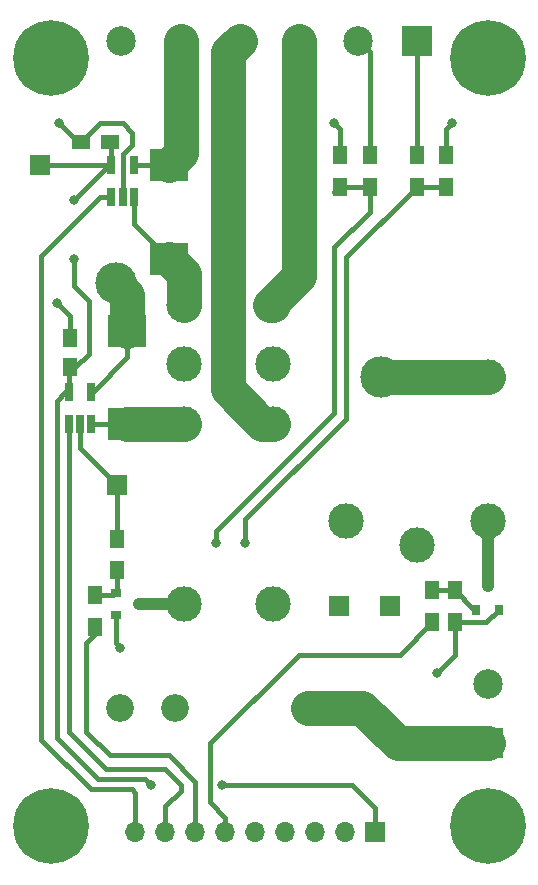
<source format=gbr>
G04 #@! TF.FileFunction,Copper,L1,Top,Signal*
%FSLAX46Y46*%
G04 Gerber Fmt 4.6, Leading zero omitted, Abs format (unit mm)*
G04 Created by KiCad (PCBNEW 4.0.6) date Monday, July 31, 2017 'PMt' 06:05:11 PM*
%MOMM*%
%LPD*%
G01*
G04 APERTURE LIST*
%ADD10C,0.100000*%
%ADD11C,6.400000*%
%ADD12C,3.000000*%
%ADD13R,1.250000X1.500000*%
%ADD14R,1.500000X1.250000*%
%ADD15R,2.500000X2.500000*%
%ADD16C,2.500000*%
%ADD17R,0.800000X0.900000*%
%ADD18R,0.900000X0.800000*%
%ADD19R,1.300000X1.500000*%
%ADD20R,3.200000X2.700000*%
%ADD21R,0.650000X1.560000*%
%ADD22C,2.350000*%
%ADD23R,1.700000X1.700000*%
%ADD24O,1.700000X1.700000*%
%ADD25C,3.500000*%
%ADD26C,0.800000*%
%ADD27C,0.400000*%
%ADD28C,0.254000*%
%ADD29C,1.000000*%
%ADD30C,3.000000*%
G04 APERTURE END LIST*
D10*
D11*
X91000000Y-145000000D03*
X54000000Y-145000000D03*
X91000000Y-80000000D03*
D12*
X65300000Y-126200000D03*
X72800000Y-126200000D03*
X65300000Y-105880000D03*
X72800000Y-100840000D03*
X72800000Y-110920000D03*
X65300000Y-110920000D03*
X72800000Y-105880000D03*
X65300000Y-100840000D03*
D13*
X55600000Y-103650000D03*
X55600000Y-106150000D03*
D14*
X56550000Y-87100000D03*
X59050000Y-87100000D03*
D15*
X91000000Y-138000000D03*
D16*
X91000000Y-133000000D03*
D17*
X90050000Y-126700000D03*
X91950000Y-126700000D03*
X91000000Y-124700000D03*
D18*
X59500000Y-125250000D03*
X59500000Y-127150000D03*
X61500000Y-126200000D03*
D19*
X86300000Y-125050000D03*
X86300000Y-127750000D03*
X57800000Y-125450000D03*
X57800000Y-128150000D03*
X88200000Y-125050000D03*
X88200000Y-127750000D03*
X59600000Y-123350000D03*
X59600000Y-120650000D03*
D20*
X60500000Y-103050000D03*
X60500000Y-110950000D03*
X64000000Y-89050000D03*
X64000000Y-96950000D03*
D12*
X91000000Y-119200000D03*
X91000000Y-107000000D03*
X79000000Y-119200000D03*
X85000000Y-121200000D03*
D21*
X55550000Y-110950000D03*
X56500000Y-110950000D03*
X57450000Y-110950000D03*
X57450000Y-108250000D03*
X55550000Y-108250000D03*
X59150000Y-91750000D03*
X60100000Y-91750000D03*
X61050000Y-91750000D03*
X61050000Y-89050000D03*
X59150000Y-89050000D03*
D22*
X64500000Y-135000000D03*
X59900000Y-135000000D03*
X75800000Y-135000000D03*
X80400000Y-135000000D03*
D11*
X54000000Y-80000000D03*
D23*
X59600000Y-116100000D03*
X78400000Y-126400000D03*
X53100000Y-89000000D03*
X82700000Y-126400000D03*
D19*
X81000000Y-88150000D03*
X81000000Y-90850000D03*
X78500000Y-90850000D03*
X78500000Y-88150000D03*
X85000000Y-88150000D03*
X85000000Y-90850000D03*
X87500000Y-90850000D03*
X87500000Y-88150000D03*
D23*
X81500000Y-145500000D03*
D24*
X78960000Y-145500000D03*
X76420000Y-145500000D03*
X73880000Y-145500000D03*
X71340000Y-145500000D03*
X68800000Y-145500000D03*
X66260000Y-145500000D03*
X63720000Y-145500000D03*
X61180000Y-145500000D03*
D16*
X60000000Y-78500000D03*
X65000000Y-78500000D03*
X70000000Y-78500000D03*
X75000000Y-78500000D03*
D15*
X85000000Y-78500000D03*
D16*
X80000000Y-78500000D03*
D25*
X82000000Y-107000000D03*
D26*
X86750000Y-132000000D03*
X59900000Y-129900000D03*
X54500000Y-100750000D03*
X88000000Y-85500000D03*
X78000000Y-85500000D03*
X54750000Y-85500000D03*
X68500000Y-141500000D03*
X62500000Y-141500000D03*
X56000000Y-92000000D03*
X56000000Y-97000000D03*
D25*
X59500000Y-99000000D03*
D26*
X68000000Y-121000000D03*
X70500000Y-121000000D03*
D27*
X86300000Y-125050000D02*
X88200000Y-125050000D01*
X88200000Y-125050000D02*
X89850000Y-126700000D01*
X89850000Y-126700000D02*
X90050000Y-126700000D01*
D28*
X88200000Y-125050000D02*
X88400000Y-125050000D01*
D29*
X91000000Y-124700000D02*
X91000000Y-119200000D01*
D27*
X57800000Y-125450000D02*
X59300000Y-125450000D01*
X59300000Y-125450000D02*
X59600000Y-125150000D01*
X59600000Y-125150000D02*
X59600000Y-123350000D01*
D29*
X61500000Y-126200000D02*
X65300000Y-126200000D01*
D30*
X82000000Y-107000000D02*
X91000000Y-107000000D01*
D27*
X88200000Y-127750000D02*
X88200000Y-130550000D01*
X88200000Y-130550000D02*
X86750000Y-132000000D01*
X59900000Y-129900000D02*
X59500000Y-129500000D01*
X59500000Y-129500000D02*
X59500000Y-127150000D01*
X55600000Y-103650000D02*
X55600000Y-101850000D01*
X55600000Y-101850000D02*
X54500000Y-100750000D01*
X87500000Y-88150000D02*
X87500000Y-86000000D01*
X87500000Y-86000000D02*
X88000000Y-85500000D01*
X78500000Y-88150000D02*
X78500000Y-86000000D01*
X78500000Y-86000000D02*
X78000000Y-85500000D01*
X56550000Y-87100000D02*
X56350000Y-87100000D01*
X56350000Y-87100000D02*
X54750000Y-85500000D01*
X56550000Y-87100000D02*
X56400000Y-87100000D01*
X60100000Y-91750000D02*
X60100000Y-88100000D01*
X58150000Y-85500000D02*
X56550000Y-87100000D01*
X60100000Y-85500000D02*
X58150000Y-85500000D01*
X60900000Y-86300000D02*
X60100000Y-85500000D01*
X60900000Y-87300000D02*
X60900000Y-86300000D01*
X60100000Y-88100000D02*
X60900000Y-87300000D01*
X56500000Y-110950000D02*
X56500000Y-113000000D01*
X56500000Y-113000000D02*
X59600000Y-116100000D01*
X59600000Y-120650000D02*
X59600000Y-116100000D01*
X88200000Y-127750000D02*
X90900000Y-127750000D01*
X90900000Y-127750000D02*
X91950000Y-126700000D01*
X62000000Y-141000000D02*
X62500000Y-141500000D01*
X81500000Y-145500000D02*
X81500000Y-143500000D01*
X79500000Y-141500000D02*
X81500000Y-143500000D01*
X58000000Y-141000000D02*
X62000000Y-141000000D01*
X54500000Y-137500000D02*
X58000000Y-141000000D01*
X54500000Y-109000000D02*
X54500000Y-137500000D01*
X54500000Y-109000000D02*
X55250000Y-108250000D01*
X68500000Y-141500000D02*
X79500000Y-141500000D01*
X55600000Y-106150000D02*
X56100000Y-106150000D01*
X56100000Y-106150000D02*
X57250000Y-105000000D01*
X58950000Y-89050000D02*
X56000000Y-92000000D01*
X56000000Y-99250000D02*
X56000000Y-97000000D01*
X57250000Y-100500000D02*
X56000000Y-99250000D01*
X57250000Y-105000000D02*
X57250000Y-100500000D01*
X59150000Y-89050000D02*
X58950000Y-89050000D01*
X59150000Y-89050000D02*
X59150000Y-89100000D01*
X55550000Y-108250000D02*
X55250000Y-108250000D01*
X53100000Y-89000000D02*
X59100000Y-89000000D01*
X59100000Y-89000000D02*
X59150000Y-89050000D01*
X59150000Y-89050000D02*
X59150000Y-87200000D01*
X59150000Y-87200000D02*
X59050000Y-87100000D01*
X55550000Y-108250000D02*
X55550000Y-106200000D01*
X55550000Y-106200000D02*
X55600000Y-106150000D01*
X55550000Y-108250000D02*
X55350000Y-108250000D01*
D28*
X55600000Y-108200000D02*
X55550000Y-108250000D01*
X55600000Y-106150000D02*
X56150000Y-106150000D01*
X59150000Y-87200000D02*
X59050000Y-87100000D01*
D30*
X91000000Y-138000000D02*
X83400000Y-138000000D01*
X83400000Y-138000000D02*
X80400000Y-135000000D01*
X80400000Y-135000000D02*
X75800000Y-135000000D01*
D27*
X68800000Y-145500000D02*
X68800000Y-144300000D01*
X83550000Y-130500000D02*
X86300000Y-127750000D01*
X75000000Y-130500000D02*
X83550000Y-130500000D01*
X67500000Y-138000000D02*
X75000000Y-130500000D01*
X67500000Y-143000000D02*
X67500000Y-138000000D01*
X68800000Y-144300000D02*
X67500000Y-143000000D01*
X57800000Y-128150000D02*
X57800000Y-128700000D01*
X57800000Y-128700000D02*
X57000000Y-129500000D01*
X57000000Y-129500000D02*
X57000000Y-137000000D01*
X57000000Y-137000000D02*
X59000000Y-139000000D01*
X59000000Y-139000000D02*
X64000000Y-139000000D01*
X64000000Y-139000000D02*
X66260000Y-141260000D01*
X66260000Y-141260000D02*
X66260000Y-145500000D01*
X63720000Y-145500000D02*
X63720000Y-143280000D01*
X65000000Y-141500000D02*
X63700000Y-140200000D01*
X65000000Y-142000000D02*
X65000000Y-141500000D01*
X63720000Y-143280000D02*
X65000000Y-142000000D01*
X55550000Y-110950000D02*
X55550000Y-137050000D01*
X58700000Y-140200000D02*
X63700000Y-140200000D01*
X55550000Y-137050000D02*
X58700000Y-140200000D01*
X60641002Y-141881002D02*
X60881002Y-141881002D01*
X58150000Y-91750000D02*
X53200000Y-96700000D01*
X53200000Y-96700000D02*
X53200000Y-137700000D01*
X53200000Y-137700000D02*
X57381002Y-141881002D01*
X57381002Y-141881002D02*
X60641002Y-141881002D01*
X59150000Y-91750000D02*
X58150000Y-91750000D01*
X61180000Y-142180000D02*
X61180000Y-145500000D01*
X60881002Y-141881002D02*
X61180000Y-142180000D01*
D30*
X75000000Y-78500000D02*
X75000000Y-98440002D01*
X75000000Y-98440002D02*
X72600002Y-100840000D01*
X72600002Y-100840000D02*
X72800000Y-100840000D01*
X72800000Y-100840000D02*
X72800000Y-100800000D01*
X72800000Y-110920000D02*
X71920000Y-110920000D01*
X71920000Y-110920000D02*
X69000000Y-108000000D01*
X69000000Y-79500000D02*
X70000000Y-78500000D01*
X69000000Y-108000000D02*
X69000000Y-79500000D01*
X60500000Y-103050000D02*
X60500000Y-100000000D01*
X60500000Y-100000000D02*
X59500000Y-99000000D01*
D27*
X57450000Y-108250000D02*
X57550000Y-108250000D01*
X57550000Y-108250000D02*
X60500000Y-105300000D01*
X60500000Y-105300000D02*
X60500000Y-103050000D01*
X61050000Y-89050000D02*
X64000000Y-89050000D01*
D30*
X65000000Y-78500000D02*
X65000000Y-88050000D01*
X65000000Y-88050000D02*
X64000000Y-89050000D01*
D27*
X57450000Y-110950000D02*
X60500000Y-110950000D01*
D30*
X65300000Y-110920000D02*
X60530000Y-110920000D01*
X60530000Y-110920000D02*
X60500000Y-110950000D01*
D27*
X61050000Y-91750000D02*
X61050000Y-94000000D01*
X61050000Y-94000000D02*
X64000000Y-96950000D01*
D30*
X65300000Y-100840000D02*
X65300000Y-98250000D01*
X65300000Y-98250000D02*
X64000000Y-96950000D01*
D27*
X68000000Y-120000000D02*
X68000000Y-121000000D01*
X81000000Y-93000000D02*
X78000000Y-96000000D01*
X78000000Y-96000000D02*
X78000000Y-110000000D01*
X78000000Y-110000000D02*
X68000000Y-120000000D01*
X81000000Y-93000000D02*
X81000000Y-90850000D01*
X78000000Y-91350000D02*
X78500000Y-90850000D01*
X81000000Y-90850000D02*
X78500000Y-90850000D01*
X70500000Y-119000000D02*
X70500000Y-121000000D01*
X79000000Y-110500000D02*
X79000000Y-96850000D01*
X70500000Y-119000000D02*
X79000000Y-110500000D01*
X85000000Y-90850000D02*
X79000000Y-96850000D01*
X85000000Y-90850000D02*
X87500000Y-90850000D01*
X85000000Y-88150000D02*
X85000000Y-78500000D01*
X81000000Y-88150000D02*
X81000000Y-79500000D01*
X81000000Y-79500000D02*
X80000000Y-78500000D01*
M02*

</source>
